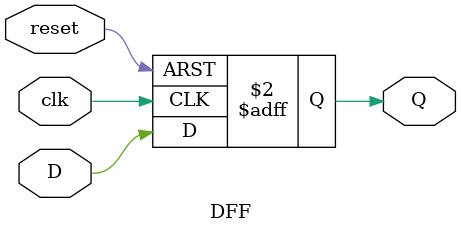
<source format=v>


//     gate_nand2 nand2 (w1, w2, w4);
//     gate_nand2 nand3 (w2, w1, clk);
//     gate_nand3 nand4 (w3, w2, clk, w4);
//     gate_nand2 nand5 (w4, w3, data);
//     gate_nand2 nand6 (w5, w2, w6);
//     // gate_nand2 nand7 (w6, w3, w5);

//     buffer buf1 (out, w5);
//     // buffer buf2  (nout, w6);

// endmodule
module DFF (
    input wire D,
    input wire clk,
    input wire reset,
    output reg Q
);
    always @(posedge clk or posedge reset) begin
        if (reset) begin
            Q <= 1'b0;
        end else begin
            Q <= D;
        end
    end
endmodule




</source>
